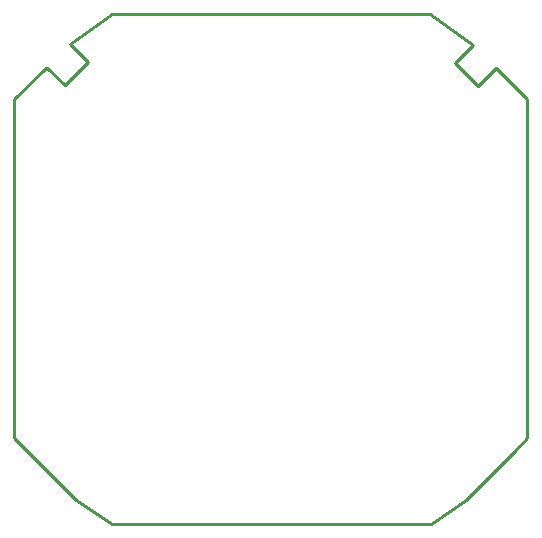
<source format=gm1>
G04 #@! TF.GenerationSoftware,KiCad,Pcbnew,5.1.5-52549c5~84~ubuntu18.04.1*
G04 #@! TF.CreationDate,2020-02-14T10:22:43+02:00*
G04 #@! TF.ProjectId,Touch_Switch_1ch,546f7563-685f-4537-9769-7463685f3163,rev?*
G04 #@! TF.SameCoordinates,Original*
G04 #@! TF.FileFunction,Profile,NP*
%FSLAX46Y46*%
G04 Gerber Fmt 4.6, Leading zero omitted, Abs format (unit mm)*
G04 Created by KiCad (PCBNEW 5.1.5-52549c5~84~ubuntu18.04.1) date 2020-02-14 10:22:43*
%MOMM*%
%LPD*%
G04 APERTURE LIST*
%ADD10C,0.254000*%
G04 APERTURE END LIST*
D10*
X76073000Y-35433000D02*
X79629000Y-32893000D01*
X79629000Y-32893000D02*
X106553000Y-32893000D01*
X106553000Y-32893000D02*
X110236000Y-35560000D01*
X110236000Y-35560000D02*
X108712000Y-37084000D01*
X108712000Y-37084000D02*
X110617000Y-38989000D01*
X110617000Y-38989000D02*
X112141000Y-37465000D01*
X112141000Y-37465000D02*
X114808000Y-40132000D01*
X114808000Y-40132000D02*
X114808000Y-68834000D01*
X114808000Y-68834000D02*
X113665000Y-69977000D01*
X113665000Y-69977000D02*
X109601000Y-74041000D01*
X109601000Y-74041000D02*
X106680000Y-76073000D01*
X106680000Y-76073000D02*
X79629000Y-76073000D01*
X79629000Y-76073000D02*
X76581000Y-74041000D01*
X76581000Y-74041000D02*
X73533000Y-70993000D01*
X73533000Y-70993000D02*
X71374000Y-68834000D01*
X71374000Y-68834000D02*
X71374000Y-40132000D01*
X71374000Y-40132000D02*
X74041000Y-37465000D01*
X74041000Y-37465000D02*
X74168000Y-37465000D01*
X74168000Y-37465000D02*
X75629000Y-38926000D01*
X75629000Y-38926000D02*
X77597000Y-36957000D01*
X77597000Y-36957000D02*
X76073000Y-35433000D01*
M02*

</source>
